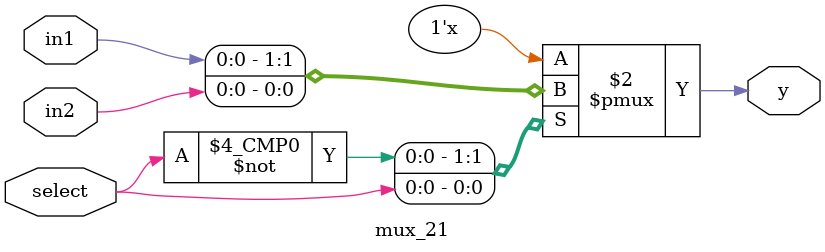
<source format=v>
`timescale 1ns / 1ps
module mux_21(y,select, in1 , in2  );

input select,in1,in2;
output reg y;

always @ (in2 or in1 or select) 
begin
          
case (select) 

	1'b0:  y = in1;   //if select=01
	1'b1:  y = in2;   //if select=10

endcase 
end
		



endmodule

</source>
